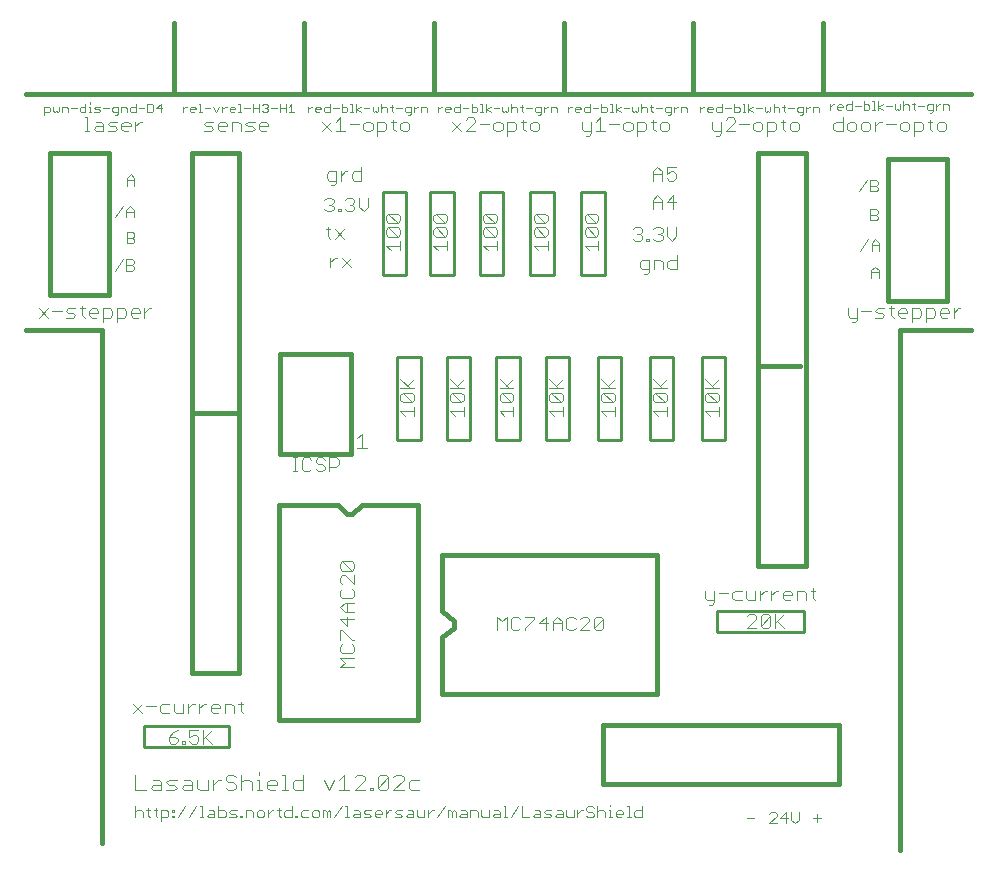
<source format=gto>
G75*
G70*
%OFA0B0*%
%FSLAX24Y24*%
%IPPOS*%
%LPD*%
%AMOC8*
5,1,8,0,0,1.08239X$1,22.5*
%
%ADD10C,0.0160*%
%ADD11C,0.0100*%
%ADD12C,0.0030*%
%ADD13C,0.0040*%
D10*
X003588Y000418D02*
X003588Y017504D01*
X001068Y017504D01*
X001856Y018685D02*
X001856Y023410D01*
X003824Y023410D01*
X003824Y018685D01*
X001856Y018685D01*
X006580Y014748D02*
X008155Y014748D01*
X008155Y023410D01*
X006580Y023410D01*
X006580Y014748D01*
X006580Y006087D01*
X008155Y006087D01*
X008155Y014748D01*
X009533Y013370D02*
X011895Y013370D01*
X011895Y016717D01*
X009533Y016717D01*
X009533Y013370D01*
X009494Y011677D02*
X009494Y004512D01*
X014139Y004512D01*
X014139Y011677D01*
X012249Y011677D01*
X011934Y011363D01*
X011777Y011363D01*
X011462Y011677D01*
X009494Y011677D01*
X014927Y010024D02*
X014927Y008134D01*
X015320Y007819D01*
X015320Y007583D01*
X014927Y007268D01*
X014927Y005378D01*
X022092Y005378D01*
X022092Y010024D01*
X014927Y010024D01*
X020281Y004355D02*
X020281Y002386D01*
X028155Y002386D01*
X028155Y004355D01*
X020281Y004355D01*
X025478Y009630D02*
X027053Y009630D01*
X027053Y023410D01*
X025478Y023410D01*
X025478Y016323D01*
X026856Y016323D01*
X025478Y016323D02*
X025478Y009630D01*
X030202Y017504D02*
X030202Y000181D01*
X030202Y017504D02*
X032564Y017504D01*
X031777Y018489D02*
X029809Y018489D01*
X029809Y023213D01*
X031777Y023213D01*
X031777Y018489D01*
X032564Y025378D02*
X027643Y025378D01*
X027643Y027740D01*
X027643Y025378D02*
X023312Y025378D01*
X023312Y027740D01*
X023312Y025378D02*
X018982Y025378D01*
X018982Y027740D01*
X018982Y025378D02*
X014651Y025378D01*
X014651Y027740D01*
X014651Y025378D02*
X010320Y025378D01*
X010320Y027740D01*
X010320Y025378D02*
X005990Y025378D01*
X005990Y027740D01*
X005990Y025378D02*
X001068Y025378D01*
D11*
X012958Y022111D02*
X012958Y019355D01*
X013746Y019355D01*
X013746Y022111D01*
X012958Y022111D01*
X014533Y022111D02*
X014533Y019355D01*
X015320Y019355D01*
X015320Y022111D01*
X014533Y022111D01*
X016186Y022111D02*
X016186Y019355D01*
X016974Y019355D01*
X016974Y022111D01*
X016186Y022111D01*
X017879Y022111D02*
X017879Y019355D01*
X018667Y019355D01*
X018667Y022111D01*
X017879Y022111D01*
X019572Y022111D02*
X019572Y019355D01*
X020360Y019355D01*
X020360Y022111D01*
X019572Y022111D01*
X019179Y016599D02*
X018391Y016599D01*
X018391Y013843D01*
X019179Y013843D01*
X019179Y016599D01*
X020123Y016599D02*
X020123Y013843D01*
X020911Y013843D01*
X020911Y016599D01*
X020123Y016599D01*
X021856Y016599D02*
X021856Y013843D01*
X022643Y013843D01*
X022643Y016599D01*
X021856Y016599D01*
X023588Y016599D02*
X023588Y013843D01*
X024375Y013843D01*
X024375Y016599D01*
X023588Y016599D01*
X017525Y016599D02*
X017525Y013843D01*
X016738Y013843D01*
X016738Y016599D01*
X017525Y016599D01*
X015871Y016599D02*
X015871Y013843D01*
X015084Y013843D01*
X015084Y016599D01*
X015871Y016599D01*
X014218Y016599D02*
X014218Y013843D01*
X013431Y013843D01*
X013431Y016599D01*
X014218Y016599D01*
X024100Y008134D02*
X024100Y007426D01*
X027013Y007426D01*
X027013Y008134D01*
X024100Y008134D01*
X007840Y004315D02*
X007840Y003607D01*
X005005Y003607D01*
X005005Y004315D01*
X007840Y004315D01*
D12*
X007468Y001630D02*
X007468Y001259D01*
X007653Y001259D01*
X007714Y001321D01*
X007714Y001445D01*
X007653Y001506D01*
X007468Y001506D01*
X007346Y001445D02*
X007346Y001259D01*
X007161Y001259D01*
X007099Y001321D01*
X007161Y001383D01*
X007346Y001383D01*
X007346Y001445D02*
X007284Y001506D01*
X007161Y001506D01*
X006915Y001630D02*
X006915Y001259D01*
X006854Y001259D02*
X006977Y001259D01*
X006915Y001630D02*
X006854Y001630D01*
X006732Y001630D02*
X006485Y001259D01*
X006117Y001259D02*
X006364Y001630D01*
X005995Y001506D02*
X005995Y001445D01*
X005933Y001445D01*
X005933Y001506D01*
X005995Y001506D01*
X005995Y001321D02*
X005995Y001259D01*
X005933Y001259D01*
X005933Y001321D01*
X005995Y001321D01*
X005812Y001321D02*
X005750Y001259D01*
X005565Y001259D01*
X005443Y001259D02*
X005381Y001321D01*
X005381Y001568D01*
X005319Y001506D02*
X005443Y001506D01*
X005565Y001506D02*
X005750Y001506D01*
X005812Y001445D01*
X005812Y001321D01*
X005565Y001136D02*
X005565Y001506D01*
X005197Y001506D02*
X005074Y001506D01*
X005135Y001568D02*
X005135Y001321D01*
X005197Y001259D01*
X004952Y001259D02*
X004952Y001445D01*
X004891Y001506D01*
X004767Y001506D01*
X004705Y001445D01*
X004705Y001630D02*
X004705Y001259D01*
X007836Y001259D02*
X008021Y001259D01*
X008083Y001321D01*
X008021Y001383D01*
X007898Y001383D01*
X007836Y001445D01*
X007898Y001506D01*
X008083Y001506D01*
X008204Y001321D02*
X008266Y001321D01*
X008266Y001259D01*
X008204Y001259D01*
X008204Y001321D01*
X008388Y001259D02*
X008388Y001506D01*
X008574Y001506D01*
X008635Y001445D01*
X008635Y001259D01*
X008757Y001321D02*
X008757Y001445D01*
X008818Y001506D01*
X008942Y001506D01*
X009004Y001445D01*
X009004Y001321D01*
X008942Y001259D01*
X008818Y001259D01*
X008757Y001321D01*
X009125Y001259D02*
X009125Y001506D01*
X009125Y001383D02*
X009248Y001506D01*
X009310Y001506D01*
X009432Y001506D02*
X009555Y001506D01*
X009494Y001568D02*
X009494Y001321D01*
X009555Y001259D01*
X009677Y001321D02*
X009677Y001445D01*
X009739Y001506D01*
X009924Y001506D01*
X009924Y001630D02*
X009924Y001259D01*
X009739Y001259D01*
X009677Y001321D01*
X010046Y001321D02*
X010107Y001321D01*
X010107Y001259D01*
X010046Y001259D01*
X010046Y001321D01*
X010230Y001321D02*
X010230Y001445D01*
X010291Y001506D01*
X010477Y001506D01*
X010598Y001445D02*
X010598Y001321D01*
X010660Y001259D01*
X010783Y001259D01*
X010845Y001321D01*
X010845Y001445D01*
X010783Y001506D01*
X010660Y001506D01*
X010598Y001445D01*
X010477Y001259D02*
X010291Y001259D01*
X010230Y001321D01*
X010966Y001259D02*
X010966Y001506D01*
X011028Y001506D01*
X011090Y001445D01*
X011152Y001506D01*
X011213Y001445D01*
X011213Y001259D01*
X011335Y001259D02*
X011582Y001630D01*
X011703Y001630D02*
X011765Y001630D01*
X011765Y001259D01*
X011826Y001259D02*
X011703Y001259D01*
X011949Y001321D02*
X012010Y001383D01*
X012195Y001383D01*
X012195Y001445D02*
X012195Y001259D01*
X012010Y001259D01*
X011949Y001321D01*
X012010Y001506D02*
X012134Y001506D01*
X012195Y001445D01*
X012317Y001445D02*
X012379Y001506D01*
X012564Y001506D01*
X012685Y001445D02*
X012747Y001506D01*
X012870Y001506D01*
X012932Y001445D01*
X012932Y001383D01*
X012685Y001383D01*
X012685Y001321D02*
X012685Y001445D01*
X012685Y001321D02*
X012747Y001259D01*
X012870Y001259D01*
X013053Y001259D02*
X013053Y001506D01*
X013053Y001383D02*
X013177Y001506D01*
X013239Y001506D01*
X013360Y001445D02*
X013422Y001506D01*
X013607Y001506D01*
X013546Y001383D02*
X013422Y001383D01*
X013360Y001445D01*
X013360Y001259D02*
X013546Y001259D01*
X013607Y001321D01*
X013546Y001383D01*
X013729Y001321D02*
X013790Y001383D01*
X013976Y001383D01*
X013976Y001445D02*
X013976Y001259D01*
X013790Y001259D01*
X013729Y001321D01*
X013790Y001506D02*
X013914Y001506D01*
X013976Y001445D01*
X014097Y001506D02*
X014097Y001321D01*
X014159Y001259D01*
X014344Y001259D01*
X014344Y001506D01*
X014465Y001506D02*
X014465Y001259D01*
X014465Y001383D02*
X014589Y001506D01*
X014650Y001506D01*
X014772Y001259D02*
X015019Y001630D01*
X015140Y001506D02*
X015140Y001259D01*
X015264Y001259D02*
X015264Y001445D01*
X015326Y001506D01*
X015387Y001445D01*
X015387Y001259D01*
X015509Y001321D02*
X015570Y001383D01*
X015756Y001383D01*
X015756Y001445D02*
X015756Y001259D01*
X015570Y001259D01*
X015509Y001321D01*
X015570Y001506D02*
X015694Y001506D01*
X015756Y001445D01*
X015877Y001506D02*
X015877Y001259D01*
X016124Y001259D02*
X016124Y001445D01*
X016062Y001506D01*
X015877Y001506D01*
X016245Y001506D02*
X016245Y001321D01*
X016307Y001259D01*
X016492Y001259D01*
X016492Y001506D01*
X016675Y001506D02*
X016799Y001506D01*
X016861Y001445D01*
X016861Y001259D01*
X016675Y001259D01*
X016614Y001321D01*
X016675Y001383D01*
X016861Y001383D01*
X016982Y001259D02*
X017105Y001259D01*
X017044Y001259D02*
X017044Y001630D01*
X016982Y001630D01*
X017228Y001259D02*
X017474Y001630D01*
X017596Y001630D02*
X017596Y001259D01*
X017843Y001259D01*
X017964Y001321D02*
X018026Y001383D01*
X018211Y001383D01*
X018211Y001445D02*
X018211Y001259D01*
X018026Y001259D01*
X017964Y001321D01*
X018026Y001506D02*
X018149Y001506D01*
X018211Y001445D01*
X018332Y001445D02*
X018394Y001506D01*
X018579Y001506D01*
X018518Y001383D02*
X018394Y001383D01*
X018332Y001445D01*
X018332Y001259D02*
X018518Y001259D01*
X018579Y001321D01*
X018518Y001383D01*
X018701Y001321D02*
X018762Y001383D01*
X018948Y001383D01*
X018948Y001445D02*
X018948Y001259D01*
X018762Y001259D01*
X018701Y001321D01*
X018762Y001506D02*
X018886Y001506D01*
X018948Y001445D01*
X019069Y001506D02*
X019069Y001321D01*
X019131Y001259D01*
X019316Y001259D01*
X019316Y001506D01*
X019437Y001506D02*
X019437Y001259D01*
X019437Y001383D02*
X019561Y001506D01*
X019623Y001506D01*
X019744Y001506D02*
X019806Y001445D01*
X019929Y001445D01*
X019991Y001383D01*
X019991Y001321D01*
X019929Y001259D01*
X019806Y001259D01*
X019744Y001321D01*
X019744Y001506D02*
X019744Y001568D01*
X019806Y001630D01*
X019929Y001630D01*
X019991Y001568D01*
X020113Y001630D02*
X020113Y001259D01*
X020113Y001445D02*
X020174Y001506D01*
X020298Y001506D01*
X020359Y001445D01*
X020359Y001259D01*
X020481Y001259D02*
X020604Y001259D01*
X020543Y001259D02*
X020543Y001506D01*
X020481Y001506D01*
X020543Y001630D02*
X020543Y001691D01*
X020788Y001506D02*
X020912Y001506D01*
X020973Y001445D01*
X020973Y001383D01*
X020726Y001383D01*
X020726Y001321D02*
X020726Y001445D01*
X020788Y001506D01*
X020726Y001321D02*
X020788Y001259D01*
X020912Y001259D01*
X021095Y001259D02*
X021218Y001259D01*
X021156Y001259D02*
X021156Y001630D01*
X021095Y001630D01*
X021340Y001445D02*
X021340Y001321D01*
X021402Y001259D01*
X021587Y001259D01*
X021587Y001630D01*
X021587Y001506D02*
X021402Y001506D01*
X021340Y001445D01*
X025099Y001248D02*
X025346Y001248D01*
X025836Y001371D02*
X025897Y001433D01*
X026021Y001433D01*
X026083Y001371D01*
X026083Y001309D01*
X025836Y001063D01*
X026083Y001063D01*
X026204Y001248D02*
X026451Y001248D01*
X026572Y001186D02*
X026696Y001063D01*
X026819Y001186D01*
X026819Y001433D01*
X026572Y001433D02*
X026572Y001186D01*
X026389Y001063D02*
X026389Y001433D01*
X026204Y001248D01*
X027309Y001248D02*
X027556Y001248D01*
X027432Y001371D02*
X027432Y001124D01*
X015264Y001445D02*
X015202Y001506D01*
X015140Y001506D01*
X012564Y001321D02*
X012502Y001383D01*
X012379Y001383D01*
X012317Y001445D01*
X012317Y001259D02*
X012502Y001259D01*
X012564Y001321D01*
X011090Y001259D02*
X011090Y001445D01*
X029233Y019252D02*
X029233Y019498D01*
X029356Y019622D01*
X029480Y019498D01*
X029480Y019252D01*
X029480Y019437D02*
X029233Y019437D01*
X029247Y020157D02*
X029247Y020404D01*
X029370Y020527D01*
X029494Y020404D01*
X029494Y020157D01*
X029494Y020342D02*
X029247Y020342D01*
X029125Y020527D02*
X028879Y020157D01*
X029213Y021161D02*
X029398Y021161D01*
X029460Y021223D01*
X029460Y021284D01*
X029398Y021346D01*
X029213Y021346D01*
X029213Y021161D02*
X029213Y021531D01*
X029398Y021531D01*
X029460Y021470D01*
X029460Y021408D01*
X029398Y021346D01*
X029393Y022126D02*
X029208Y022126D01*
X029208Y022496D01*
X029393Y022496D01*
X029454Y022434D01*
X029454Y022372D01*
X029393Y022311D01*
X029208Y022311D01*
X029393Y022311D02*
X029454Y022249D01*
X029454Y022187D01*
X029393Y022126D01*
X029086Y022496D02*
X028839Y022126D01*
X028984Y024842D02*
X029130Y024842D01*
X029178Y024890D01*
X029178Y024987D01*
X029130Y025036D01*
X028984Y025036D01*
X028984Y025132D02*
X028984Y024842D01*
X028883Y024987D02*
X028690Y024987D01*
X028589Y025036D02*
X028444Y025036D01*
X028395Y024987D01*
X028395Y024890D01*
X028444Y024842D01*
X028589Y024842D01*
X028589Y025132D01*
X028294Y024987D02*
X028294Y024939D01*
X028101Y024939D01*
X028101Y024987D02*
X028149Y025036D01*
X028246Y025036D01*
X028294Y024987D01*
X028246Y024842D02*
X028149Y024842D01*
X028101Y024890D01*
X028101Y024987D01*
X028000Y025036D02*
X027952Y025036D01*
X027855Y024939D01*
X027855Y024842D02*
X027855Y025036D01*
X027499Y024908D02*
X027499Y024763D01*
X027499Y024908D02*
X027451Y024957D01*
X027305Y024957D01*
X027305Y024763D01*
X027205Y024957D02*
X027157Y024957D01*
X027060Y024860D01*
X027060Y024763D02*
X027060Y024957D01*
X026959Y024957D02*
X026814Y024957D01*
X026765Y024908D01*
X026765Y024812D01*
X026814Y024763D01*
X026959Y024763D01*
X026959Y024715D02*
X026959Y024957D01*
X026959Y024715D02*
X026910Y024667D01*
X026862Y024667D01*
X026664Y024908D02*
X026471Y024908D01*
X026371Y024957D02*
X026274Y024957D01*
X026323Y025005D02*
X026323Y024812D01*
X026371Y024763D01*
X026173Y024763D02*
X026173Y024908D01*
X026125Y024957D01*
X026028Y024957D01*
X025980Y024908D01*
X025878Y024957D02*
X025878Y024812D01*
X025830Y024763D01*
X025782Y024812D01*
X025733Y024763D01*
X025685Y024812D01*
X025685Y024957D01*
X025584Y024908D02*
X025390Y024908D01*
X025290Y024957D02*
X025145Y024860D01*
X025290Y024763D01*
X025145Y024763D02*
X025145Y025054D01*
X024997Y025054D02*
X024997Y024763D01*
X025045Y024763D02*
X024948Y024763D01*
X024847Y024812D02*
X024847Y024908D01*
X024799Y024957D01*
X024654Y024957D01*
X024654Y025054D02*
X024654Y024763D01*
X024799Y024763D01*
X024847Y024812D01*
X024948Y025054D02*
X024997Y025054D01*
X024553Y024908D02*
X024359Y024908D01*
X024258Y024957D02*
X024113Y024957D01*
X024064Y024908D01*
X024064Y024812D01*
X024113Y024763D01*
X024258Y024763D01*
X024258Y025054D01*
X023963Y024908D02*
X023963Y024860D01*
X023770Y024860D01*
X023770Y024812D02*
X023770Y024908D01*
X023818Y024957D01*
X023915Y024957D01*
X023963Y024908D01*
X023915Y024763D02*
X023818Y024763D01*
X023770Y024812D01*
X023669Y024957D02*
X023621Y024957D01*
X023524Y024860D01*
X023524Y024763D02*
X023524Y024957D01*
X023089Y024908D02*
X023089Y024763D01*
X023089Y024908D02*
X023041Y024957D01*
X022896Y024957D01*
X022896Y024763D01*
X022796Y024957D02*
X022747Y024957D01*
X022651Y024860D01*
X022651Y024763D02*
X022651Y024957D01*
X022549Y024957D02*
X022404Y024957D01*
X022356Y024908D01*
X022356Y024812D01*
X022404Y024763D01*
X022549Y024763D01*
X022549Y024715D02*
X022549Y024957D01*
X022549Y024715D02*
X022501Y024667D01*
X022453Y024667D01*
X022255Y024908D02*
X022061Y024908D01*
X021962Y024957D02*
X021865Y024957D01*
X021913Y025005D02*
X021913Y024812D01*
X021962Y024763D01*
X021764Y024763D02*
X021764Y024908D01*
X021715Y024957D01*
X021619Y024957D01*
X021570Y024908D01*
X021469Y024957D02*
X021469Y024812D01*
X021421Y024763D01*
X021372Y024812D01*
X021324Y024763D01*
X021276Y024812D01*
X021276Y024957D01*
X021174Y024908D02*
X020981Y024908D01*
X020880Y024957D02*
X020735Y024860D01*
X020880Y024763D01*
X020735Y024763D02*
X020735Y025054D01*
X020587Y025054D02*
X020587Y024763D01*
X020539Y024763D02*
X020636Y024763D01*
X020438Y024812D02*
X020438Y024908D01*
X020389Y024957D01*
X020244Y024957D01*
X020244Y025054D02*
X020244Y024763D01*
X020389Y024763D01*
X020438Y024812D01*
X020539Y025054D02*
X020587Y025054D01*
X020143Y024908D02*
X019950Y024908D01*
X019848Y024957D02*
X019703Y024957D01*
X019655Y024908D01*
X019655Y024812D01*
X019703Y024763D01*
X019848Y024763D01*
X019848Y025054D01*
X019554Y024908D02*
X019554Y024860D01*
X019360Y024860D01*
X019360Y024812D02*
X019360Y024908D01*
X019409Y024957D01*
X019505Y024957D01*
X019554Y024908D01*
X019505Y024763D02*
X019409Y024763D01*
X019360Y024812D01*
X019260Y024957D02*
X019212Y024957D01*
X019115Y024860D01*
X019115Y024763D02*
X019115Y024957D01*
X018759Y024908D02*
X018759Y024763D01*
X018759Y024908D02*
X018710Y024957D01*
X018565Y024957D01*
X018565Y024763D01*
X018465Y024957D02*
X018417Y024957D01*
X018320Y024860D01*
X018320Y024763D02*
X018320Y024957D01*
X018219Y024957D02*
X018074Y024957D01*
X018025Y024908D01*
X018025Y024812D01*
X018074Y024763D01*
X018219Y024763D01*
X018219Y024715D02*
X018219Y024957D01*
X018219Y024715D02*
X018170Y024667D01*
X018122Y024667D01*
X017924Y024908D02*
X017731Y024908D01*
X017631Y024957D02*
X017534Y024957D01*
X017582Y025005D02*
X017582Y024812D01*
X017631Y024763D01*
X017433Y024763D02*
X017433Y024908D01*
X017385Y024957D01*
X017288Y024957D01*
X017239Y024908D01*
X017138Y024957D02*
X017138Y024812D01*
X017090Y024763D01*
X017042Y024812D01*
X016993Y024763D01*
X016945Y024812D01*
X016945Y024957D01*
X016844Y024908D02*
X016650Y024908D01*
X016550Y024957D02*
X016405Y024860D01*
X016550Y024763D01*
X016405Y024763D02*
X016405Y025054D01*
X016257Y025054D02*
X016257Y024763D01*
X016305Y024763D02*
X016208Y024763D01*
X016107Y024812D02*
X016107Y024908D01*
X016059Y024957D01*
X015914Y024957D01*
X015914Y025054D02*
X015914Y024763D01*
X016059Y024763D01*
X016107Y024812D01*
X016208Y025054D02*
X016257Y025054D01*
X015812Y024908D02*
X015619Y024908D01*
X015518Y024957D02*
X015373Y024957D01*
X015324Y024908D01*
X015324Y024812D01*
X015373Y024763D01*
X015518Y024763D01*
X015518Y025054D01*
X015223Y024908D02*
X015223Y024860D01*
X015030Y024860D01*
X015030Y024812D02*
X015030Y024908D01*
X015078Y024957D01*
X015175Y024957D01*
X015223Y024908D01*
X015175Y024763D02*
X015078Y024763D01*
X015030Y024812D01*
X014929Y024957D02*
X014881Y024957D01*
X014784Y024860D01*
X014784Y024763D02*
X014784Y024957D01*
X014428Y024908D02*
X014428Y024763D01*
X014428Y024908D02*
X014380Y024957D01*
X014235Y024957D01*
X014235Y024763D01*
X014134Y024957D02*
X014086Y024957D01*
X013989Y024860D01*
X013989Y024763D02*
X013989Y024957D01*
X013888Y024957D02*
X013743Y024957D01*
X013694Y024908D01*
X013694Y024812D01*
X013743Y024763D01*
X013888Y024763D01*
X013888Y024715D02*
X013888Y024957D01*
X013888Y024715D02*
X013840Y024667D01*
X013791Y024667D01*
X013593Y024908D02*
X013400Y024908D01*
X013300Y024957D02*
X013203Y024957D01*
X013252Y025005D02*
X013252Y024812D01*
X013300Y024763D01*
X013102Y024763D02*
X013102Y024908D01*
X013054Y024957D01*
X012957Y024957D01*
X012909Y024908D01*
X012808Y024957D02*
X012808Y024812D01*
X012759Y024763D01*
X012711Y024812D01*
X012662Y024763D01*
X012614Y024812D01*
X012614Y024957D01*
X012513Y024908D02*
X012319Y024908D01*
X012219Y024957D02*
X012074Y024860D01*
X012219Y024763D01*
X012074Y024763D02*
X012074Y025054D01*
X011926Y025054D02*
X011926Y024763D01*
X011878Y024763D02*
X011974Y024763D01*
X011776Y024812D02*
X011776Y024908D01*
X011728Y024957D01*
X011583Y024957D01*
X011583Y025054D02*
X011583Y024763D01*
X011728Y024763D01*
X011776Y024812D01*
X011878Y025054D02*
X011926Y025054D01*
X011482Y024908D02*
X011288Y024908D01*
X011187Y024957D02*
X011042Y024957D01*
X010994Y024908D01*
X010994Y024812D01*
X011042Y024763D01*
X011187Y024763D01*
X011187Y025054D01*
X010892Y024908D02*
X010892Y024860D01*
X010699Y024860D01*
X010699Y024812D02*
X010699Y024908D01*
X010747Y024957D01*
X010844Y024957D01*
X010892Y024908D01*
X010844Y024763D02*
X010747Y024763D01*
X010699Y024812D01*
X010599Y024957D02*
X010550Y024957D01*
X010453Y024860D01*
X010453Y024763D02*
X010453Y024957D01*
X010009Y024763D02*
X009816Y024763D01*
X009913Y024763D02*
X009913Y025054D01*
X009816Y024957D01*
X009715Y024908D02*
X009521Y024908D01*
X009420Y024908D02*
X009227Y024908D01*
X009125Y024860D02*
X009125Y024812D01*
X009077Y024763D01*
X008980Y024763D01*
X008932Y024812D01*
X008831Y024763D02*
X008831Y025054D01*
X008932Y025005D02*
X008980Y025054D01*
X009077Y025054D01*
X009125Y025005D01*
X009125Y024957D01*
X009077Y024908D01*
X009125Y024860D01*
X009077Y024908D02*
X009029Y024908D01*
X008831Y024908D02*
X008637Y024908D01*
X008536Y024908D02*
X008343Y024908D01*
X008243Y024763D02*
X008146Y024763D01*
X008195Y024763D02*
X008195Y025054D01*
X008146Y025054D01*
X008045Y024908D02*
X008045Y024860D01*
X007852Y024860D01*
X007852Y024812D02*
X007852Y024908D01*
X007900Y024957D01*
X007997Y024957D01*
X008045Y024908D01*
X007997Y024763D02*
X007900Y024763D01*
X007852Y024812D01*
X007751Y024957D02*
X007703Y024957D01*
X007606Y024860D01*
X007606Y024763D02*
X007606Y024957D01*
X007505Y024957D02*
X007408Y024763D01*
X007311Y024957D01*
X007210Y024908D02*
X007017Y024908D01*
X006917Y024763D02*
X006820Y024763D01*
X006869Y024763D02*
X006869Y025054D01*
X006820Y025054D01*
X006719Y024908D02*
X006719Y024860D01*
X006526Y024860D01*
X006526Y024812D02*
X006526Y024908D01*
X006574Y024957D01*
X006671Y024957D01*
X006719Y024908D01*
X006671Y024763D02*
X006574Y024763D01*
X006526Y024812D01*
X006425Y024957D02*
X006377Y024957D01*
X006280Y024860D01*
X006280Y024763D02*
X006280Y024957D01*
X005600Y024908D02*
X005406Y024908D01*
X005551Y025054D01*
X005551Y024763D01*
X005305Y024812D02*
X005305Y025005D01*
X005257Y025054D01*
X005111Y025054D01*
X005111Y024763D01*
X005257Y024763D01*
X005305Y024812D01*
X005010Y024908D02*
X004817Y024908D01*
X004716Y024957D02*
X004570Y024957D01*
X004522Y024908D01*
X004522Y024812D01*
X004570Y024763D01*
X004716Y024763D01*
X004716Y025054D01*
X004421Y024908D02*
X004421Y024763D01*
X004421Y024908D02*
X004373Y024957D01*
X004227Y024957D01*
X004227Y024763D01*
X004126Y024763D02*
X003981Y024763D01*
X003933Y024812D01*
X003933Y024908D01*
X003981Y024957D01*
X004126Y024957D01*
X004126Y024715D01*
X004078Y024667D01*
X004030Y024667D01*
X003832Y024908D02*
X003638Y024908D01*
X003537Y024957D02*
X003392Y024957D01*
X003344Y024908D01*
X003392Y024860D01*
X003489Y024860D01*
X003537Y024812D01*
X003489Y024763D01*
X003344Y024763D01*
X003244Y024763D02*
X003147Y024763D01*
X003195Y024763D02*
X003195Y024957D01*
X003147Y024957D01*
X003046Y024957D02*
X002901Y024957D01*
X002852Y024908D01*
X002852Y024812D01*
X002901Y024763D01*
X003046Y024763D01*
X003046Y025054D01*
X003195Y025054D02*
X003195Y025102D01*
X002751Y024908D02*
X002558Y024908D01*
X002457Y024908D02*
X002457Y024763D01*
X002457Y024908D02*
X002408Y024957D01*
X002263Y024957D01*
X002263Y024763D01*
X002162Y024812D02*
X002162Y024957D01*
X002162Y024812D02*
X002114Y024763D01*
X002065Y024812D01*
X002017Y024763D01*
X001969Y024812D01*
X001969Y024957D01*
X001867Y024908D02*
X001867Y024812D01*
X001819Y024763D01*
X001674Y024763D01*
X001674Y024667D02*
X001674Y024957D01*
X001819Y024957D01*
X001867Y024908D01*
X004430Y022569D02*
X004553Y022693D01*
X004677Y022569D01*
X004677Y022322D01*
X004677Y022508D02*
X004430Y022508D01*
X004430Y022569D02*
X004430Y022322D01*
X004528Y021630D02*
X004651Y021506D01*
X004651Y021259D01*
X004651Y021445D02*
X004404Y021445D01*
X004404Y021506D02*
X004404Y021259D01*
X004404Y021506D02*
X004528Y021630D01*
X004283Y021630D02*
X004036Y021259D01*
X004430Y020764D02*
X004615Y020764D01*
X004677Y020702D01*
X004677Y020640D01*
X004615Y020578D01*
X004430Y020578D01*
X004430Y020393D02*
X004615Y020393D01*
X004677Y020455D01*
X004677Y020517D01*
X004615Y020578D01*
X004430Y020393D02*
X004430Y020764D01*
X004404Y019858D02*
X004590Y019858D01*
X004651Y019796D01*
X004651Y019735D01*
X004590Y019673D01*
X004404Y019673D01*
X004404Y019488D02*
X004404Y019858D01*
X004283Y019858D02*
X004036Y019488D01*
X004404Y019488D02*
X004590Y019488D01*
X004651Y019549D01*
X004651Y019611D01*
X004590Y019673D01*
X008637Y024763D02*
X008637Y025054D01*
X009521Y025054D02*
X009521Y024763D01*
X009715Y024763D02*
X009715Y025054D01*
X012909Y025054D02*
X012909Y024763D01*
X017239Y024763D02*
X017239Y025054D01*
X021570Y025054D02*
X021570Y024763D01*
X025980Y024763D02*
X025980Y025054D01*
X029279Y025132D02*
X029327Y025132D01*
X029327Y024842D01*
X029279Y024842D02*
X029376Y024842D01*
X029476Y024842D02*
X029476Y025132D01*
X029621Y025036D02*
X029476Y024939D01*
X029621Y024842D01*
X029721Y024987D02*
X029914Y024987D01*
X030016Y025036D02*
X030016Y024890D01*
X030064Y024842D01*
X030112Y024890D01*
X030161Y024842D01*
X030209Y024890D01*
X030209Y025036D01*
X030310Y024987D02*
X030359Y025036D01*
X030455Y025036D01*
X030504Y024987D01*
X030504Y024842D01*
X030653Y024890D02*
X030702Y024842D01*
X030653Y024890D02*
X030653Y025084D01*
X030605Y025036D02*
X030702Y025036D01*
X030801Y024987D02*
X030995Y024987D01*
X031096Y024987D02*
X031096Y024890D01*
X031144Y024842D01*
X031289Y024842D01*
X031289Y024794D02*
X031289Y025036D01*
X031144Y025036D01*
X031096Y024987D01*
X031193Y024745D02*
X031241Y024745D01*
X031289Y024794D01*
X031391Y024842D02*
X031391Y025036D01*
X031487Y025036D02*
X031536Y025036D01*
X031487Y025036D02*
X031391Y024939D01*
X031636Y024842D02*
X031636Y025036D01*
X031781Y025036D01*
X031830Y024987D01*
X031830Y024842D01*
X030310Y024842D02*
X030310Y025132D01*
D13*
X030280Y024445D02*
X030203Y024369D01*
X030203Y024215D01*
X030280Y024138D01*
X030433Y024138D01*
X030510Y024215D01*
X030510Y024369D01*
X030433Y024445D01*
X030280Y024445D01*
X030050Y024369D02*
X029743Y024369D01*
X029589Y024445D02*
X029513Y024445D01*
X029359Y024292D01*
X029359Y024445D02*
X029359Y024138D01*
X029206Y024215D02*
X029206Y024369D01*
X029129Y024445D01*
X028976Y024445D01*
X028899Y024369D01*
X028899Y024215D01*
X028976Y024138D01*
X029129Y024138D01*
X029206Y024215D01*
X028745Y024215D02*
X028745Y024369D01*
X028669Y024445D01*
X028515Y024445D01*
X028438Y024369D01*
X028438Y024215D01*
X028515Y024138D01*
X028669Y024138D01*
X028745Y024215D01*
X028285Y024138D02*
X028055Y024138D01*
X027978Y024215D01*
X027978Y024369D01*
X028055Y024445D01*
X028285Y024445D01*
X028285Y024599D02*
X028285Y024138D01*
X026839Y024215D02*
X026839Y024369D01*
X026762Y024445D01*
X026608Y024445D01*
X026532Y024369D01*
X026532Y024215D01*
X026608Y024138D01*
X026762Y024138D01*
X026839Y024215D01*
X026378Y024138D02*
X026301Y024215D01*
X026301Y024522D01*
X026225Y024445D02*
X026378Y024445D01*
X026071Y024369D02*
X026071Y024215D01*
X025995Y024138D01*
X025764Y024138D01*
X025764Y023985D02*
X025764Y024445D01*
X025995Y024445D01*
X026071Y024369D01*
X025611Y024369D02*
X025611Y024215D01*
X025534Y024138D01*
X025381Y024138D01*
X025304Y024215D01*
X025304Y024369D01*
X025381Y024445D01*
X025534Y024445D01*
X025611Y024369D01*
X025151Y024369D02*
X024844Y024369D01*
X024690Y024445D02*
X024690Y024522D01*
X024614Y024599D01*
X024460Y024599D01*
X024383Y024522D01*
X024230Y024445D02*
X024230Y024062D01*
X024153Y023985D01*
X024076Y023985D01*
X024000Y024138D02*
X024230Y024138D01*
X024383Y024138D02*
X024690Y024445D01*
X024690Y024138D02*
X024383Y024138D01*
X024000Y024138D02*
X023923Y024215D01*
X023923Y024445D01*
X022508Y024369D02*
X022508Y024215D01*
X022431Y024138D01*
X022278Y024138D01*
X022201Y024215D01*
X022201Y024369D01*
X022278Y024445D01*
X022431Y024445D01*
X022508Y024369D01*
X022047Y024445D02*
X021894Y024445D01*
X021971Y024522D02*
X021971Y024215D01*
X022047Y024138D01*
X021741Y024215D02*
X021741Y024369D01*
X021664Y024445D01*
X021434Y024445D01*
X021434Y023985D01*
X021434Y024138D02*
X021664Y024138D01*
X021741Y024215D01*
X021280Y024215D02*
X021280Y024369D01*
X021204Y024445D01*
X021050Y024445D01*
X020973Y024369D01*
X020973Y024215D01*
X021050Y024138D01*
X021204Y024138D01*
X021280Y024215D01*
X020820Y024369D02*
X020513Y024369D01*
X020360Y024138D02*
X020053Y024138D01*
X020206Y024138D02*
X020206Y024599D01*
X020053Y024445D01*
X019899Y024445D02*
X019899Y024062D01*
X019822Y023985D01*
X019746Y023985D01*
X019669Y024138D02*
X019899Y024138D01*
X019669Y024138D02*
X019592Y024215D01*
X019592Y024445D01*
X018177Y024369D02*
X018177Y024215D01*
X018100Y024138D01*
X017947Y024138D01*
X017870Y024215D01*
X017870Y024369D01*
X017947Y024445D01*
X018100Y024445D01*
X018177Y024369D01*
X017717Y024445D02*
X017563Y024445D01*
X017640Y024522D02*
X017640Y024215D01*
X017717Y024138D01*
X017410Y024215D02*
X017410Y024369D01*
X017333Y024445D01*
X017103Y024445D01*
X017103Y023985D01*
X017103Y024138D02*
X017333Y024138D01*
X017410Y024215D01*
X016950Y024215D02*
X016950Y024369D01*
X016873Y024445D01*
X016719Y024445D01*
X016643Y024369D01*
X016643Y024215D01*
X016719Y024138D01*
X016873Y024138D01*
X016950Y024215D01*
X016489Y024369D02*
X016182Y024369D01*
X016029Y024445D02*
X016029Y024522D01*
X015952Y024599D01*
X015799Y024599D01*
X015722Y024522D01*
X015568Y024445D02*
X015262Y024138D01*
X015568Y024138D02*
X015262Y024445D01*
X015722Y024138D02*
X016029Y024445D01*
X016029Y024138D02*
X015722Y024138D01*
X013846Y024215D02*
X013846Y024369D01*
X013770Y024445D01*
X013616Y024445D01*
X013540Y024369D01*
X013540Y024215D01*
X013616Y024138D01*
X013770Y024138D01*
X013846Y024215D01*
X013386Y024138D02*
X013309Y024215D01*
X013309Y024522D01*
X013233Y024445D02*
X013386Y024445D01*
X013079Y024369D02*
X013079Y024215D01*
X013002Y024138D01*
X012772Y024138D01*
X012772Y023985D02*
X012772Y024445D01*
X013002Y024445D01*
X013079Y024369D01*
X012619Y024369D02*
X012619Y024215D01*
X012542Y024138D01*
X012389Y024138D01*
X012312Y024215D01*
X012312Y024369D01*
X012389Y024445D01*
X012542Y024445D01*
X012619Y024369D01*
X012158Y024369D02*
X011852Y024369D01*
X011698Y024138D02*
X011391Y024138D01*
X011238Y024138D02*
X010931Y024445D01*
X010931Y024138D02*
X011238Y024445D01*
X011391Y024445D02*
X011545Y024599D01*
X011545Y024138D01*
X012239Y022945D02*
X012239Y022485D01*
X012009Y022485D01*
X011932Y022562D01*
X011932Y022715D01*
X012009Y022792D01*
X012239Y022792D01*
X011779Y022792D02*
X011702Y022792D01*
X011549Y022638D01*
X011549Y022485D02*
X011549Y022792D01*
X011395Y022792D02*
X011395Y022408D01*
X011319Y022331D01*
X011242Y022331D01*
X011165Y022485D02*
X011088Y022562D01*
X011088Y022715D01*
X011165Y022792D01*
X011395Y022792D01*
X011395Y022485D02*
X011165Y022485D01*
X011240Y021922D02*
X011086Y021922D01*
X011010Y021845D01*
X011163Y021691D02*
X011240Y021691D01*
X011316Y021615D01*
X011316Y021538D01*
X011240Y021461D01*
X011086Y021461D01*
X011010Y021538D01*
X011240Y021691D02*
X011316Y021768D01*
X011316Y021845D01*
X011240Y021922D01*
X011470Y021538D02*
X011547Y021538D01*
X011547Y021461D01*
X011470Y021461D01*
X011470Y021538D01*
X011700Y021538D02*
X011777Y021461D01*
X011930Y021461D01*
X012007Y021538D01*
X012007Y021615D01*
X011930Y021691D01*
X011854Y021691D01*
X011930Y021691D02*
X012007Y021768D01*
X012007Y021845D01*
X011930Y021922D01*
X011777Y021922D01*
X011700Y021845D01*
X012160Y021922D02*
X012160Y021615D01*
X012314Y021461D01*
X012467Y021615D01*
X012467Y021922D01*
X013068Y021313D02*
X013145Y021390D01*
X013452Y021083D01*
X013529Y021159D01*
X013529Y021313D01*
X013452Y021390D01*
X013145Y021390D01*
X013068Y021313D02*
X013068Y021159D01*
X013145Y021083D01*
X013452Y021083D01*
X013452Y020929D02*
X013145Y020929D01*
X013452Y020622D01*
X013529Y020699D01*
X013529Y020853D01*
X013452Y020929D01*
X013452Y020622D02*
X013145Y020622D01*
X013068Y020699D01*
X013068Y020853D01*
X013145Y020929D01*
X013529Y020469D02*
X013529Y020162D01*
X013529Y020315D02*
X013068Y020315D01*
X013222Y020162D01*
X011897Y019918D02*
X011590Y019611D01*
X011590Y019918D02*
X011897Y019611D01*
X011437Y019918D02*
X011360Y019918D01*
X011206Y019764D01*
X011206Y019611D02*
X011206Y019918D01*
X011202Y020556D02*
X011126Y020632D01*
X011126Y020939D01*
X011202Y020863D02*
X011049Y020863D01*
X011356Y020863D02*
X011663Y020556D01*
X011356Y020556D02*
X011663Y020863D01*
X014643Y020853D02*
X014720Y020929D01*
X015027Y020622D01*
X015103Y020699D01*
X015103Y020853D01*
X015027Y020929D01*
X014720Y020929D01*
X014643Y020853D02*
X014643Y020699D01*
X014720Y020622D01*
X015027Y020622D01*
X015103Y020469D02*
X015103Y020162D01*
X015103Y020315D02*
X014643Y020315D01*
X014797Y020162D01*
X014720Y021083D02*
X014643Y021159D01*
X014643Y021313D01*
X014720Y021390D01*
X015027Y021083D01*
X015103Y021159D01*
X015103Y021313D01*
X015027Y021390D01*
X014720Y021390D01*
X014720Y021083D02*
X015027Y021083D01*
X016297Y021159D02*
X016297Y021313D01*
X016373Y021390D01*
X016680Y021083D01*
X016757Y021159D01*
X016757Y021313D01*
X016680Y021390D01*
X016373Y021390D01*
X016297Y021159D02*
X016373Y021083D01*
X016680Y021083D01*
X016680Y020929D02*
X016373Y020929D01*
X016680Y020622D01*
X016757Y020699D01*
X016757Y020853D01*
X016680Y020929D01*
X016680Y020622D02*
X016373Y020622D01*
X016297Y020699D01*
X016297Y020853D01*
X016373Y020929D01*
X016757Y020469D02*
X016757Y020162D01*
X016757Y020315D02*
X016297Y020315D01*
X016450Y020162D01*
X017990Y020315D02*
X018450Y020315D01*
X018450Y020162D02*
X018450Y020469D01*
X018373Y020622D02*
X018066Y020929D01*
X018373Y020929D01*
X018450Y020853D01*
X018450Y020699D01*
X018373Y020622D01*
X018066Y020622D01*
X017990Y020699D01*
X017990Y020853D01*
X018066Y020929D01*
X018066Y021083D02*
X017990Y021159D01*
X017990Y021313D01*
X018066Y021390D01*
X018373Y021083D01*
X018450Y021159D01*
X018450Y021313D01*
X018373Y021390D01*
X018066Y021390D01*
X018066Y021083D02*
X018373Y021083D01*
X017990Y020315D02*
X018143Y020162D01*
X019682Y020315D02*
X020143Y020315D01*
X020143Y020162D02*
X020143Y020469D01*
X020066Y020622D02*
X019759Y020929D01*
X020066Y020929D01*
X020143Y020853D01*
X020143Y020699D01*
X020066Y020622D01*
X019759Y020622D01*
X019682Y020699D01*
X019682Y020853D01*
X019759Y020929D01*
X019759Y021083D02*
X019682Y021159D01*
X019682Y021313D01*
X019759Y021390D01*
X020066Y021083D01*
X020143Y021159D01*
X020143Y021313D01*
X020066Y021390D01*
X019759Y021390D01*
X019759Y021083D02*
X020066Y021083D01*
X019682Y020315D02*
X019836Y020162D01*
X021285Y020554D02*
X021362Y020477D01*
X021515Y020477D01*
X021592Y020554D01*
X021592Y020630D01*
X021515Y020707D01*
X021439Y020707D01*
X021515Y020707D02*
X021592Y020784D01*
X021592Y020861D01*
X021515Y020937D01*
X021362Y020937D01*
X021285Y020861D01*
X021746Y020554D02*
X021822Y020554D01*
X021822Y020477D01*
X021746Y020477D01*
X021746Y020554D01*
X021976Y020554D02*
X022052Y020477D01*
X022206Y020477D01*
X022283Y020554D01*
X022283Y020630D01*
X022206Y020707D01*
X022129Y020707D01*
X022206Y020707D02*
X022283Y020784D01*
X022283Y020861D01*
X022206Y020937D01*
X022052Y020937D01*
X021976Y020861D01*
X022436Y020937D02*
X022436Y020630D01*
X022589Y020477D01*
X022743Y020630D01*
X022743Y020937D01*
X022645Y021540D02*
X022645Y022000D01*
X022415Y021770D01*
X022722Y021770D01*
X022261Y021770D02*
X021954Y021770D01*
X021954Y021847D02*
X021954Y021540D01*
X021954Y021847D02*
X022108Y022000D01*
X022261Y021847D01*
X022261Y021540D01*
X022261Y022485D02*
X022261Y022792D01*
X022108Y022945D01*
X021954Y022792D01*
X021954Y022485D01*
X021954Y022715D02*
X022261Y022715D01*
X022415Y022715D02*
X022568Y022792D01*
X022645Y022792D01*
X022722Y022715D01*
X022722Y022562D01*
X022645Y022485D01*
X022492Y022485D01*
X022415Y022562D01*
X022415Y022715D02*
X022415Y022945D01*
X022722Y022945D01*
X022749Y019992D02*
X022749Y019532D01*
X022519Y019532D01*
X022442Y019609D01*
X022442Y019762D01*
X022519Y019839D01*
X022749Y019839D01*
X022289Y019762D02*
X022289Y019532D01*
X022289Y019762D02*
X022212Y019839D01*
X021982Y019839D01*
X021982Y019532D01*
X021828Y019532D02*
X021598Y019532D01*
X021521Y019609D01*
X021521Y019762D01*
X021598Y019839D01*
X021828Y019839D01*
X021828Y019455D01*
X021752Y019379D01*
X021675Y019379D01*
X021966Y015878D02*
X022273Y015571D01*
X022196Y015648D02*
X022426Y015878D01*
X022426Y015571D02*
X021966Y015571D01*
X022043Y015417D02*
X022350Y015111D01*
X022426Y015187D01*
X022426Y015341D01*
X022350Y015417D01*
X022043Y015417D01*
X021966Y015341D01*
X021966Y015187D01*
X022043Y015111D01*
X022350Y015111D01*
X022426Y014957D02*
X022426Y014650D01*
X022426Y014804D02*
X021966Y014804D01*
X022119Y014650D01*
X020694Y014650D02*
X020694Y014957D01*
X020694Y014804D02*
X020234Y014804D01*
X020387Y014650D01*
X020310Y015111D02*
X020234Y015187D01*
X020234Y015341D01*
X020310Y015417D01*
X020617Y015111D01*
X020694Y015187D01*
X020694Y015341D01*
X020617Y015417D01*
X020310Y015417D01*
X020234Y015571D02*
X020694Y015571D01*
X020541Y015571D02*
X020234Y015878D01*
X020464Y015648D02*
X020694Y015878D01*
X020617Y015111D02*
X020310Y015111D01*
X018962Y015187D02*
X018885Y015111D01*
X018578Y015417D01*
X018885Y015417D01*
X018962Y015341D01*
X018962Y015187D01*
X018885Y015111D02*
X018578Y015111D01*
X018501Y015187D01*
X018501Y015341D01*
X018578Y015417D01*
X018501Y015571D02*
X018962Y015571D01*
X018808Y015571D02*
X018501Y015878D01*
X018732Y015648D02*
X018962Y015878D01*
X018962Y014957D02*
X018962Y014650D01*
X018962Y014804D02*
X018501Y014804D01*
X018655Y014650D01*
X017308Y014650D02*
X017308Y014957D01*
X017308Y014804D02*
X016848Y014804D01*
X017001Y014650D01*
X016925Y015111D02*
X016848Y015187D01*
X016848Y015341D01*
X016925Y015417D01*
X017231Y015111D01*
X017308Y015187D01*
X017308Y015341D01*
X017231Y015417D01*
X016925Y015417D01*
X016848Y015571D02*
X017308Y015571D01*
X017155Y015571D02*
X016848Y015878D01*
X017078Y015648D02*
X017308Y015878D01*
X017231Y015111D02*
X016925Y015111D01*
X015655Y015187D02*
X015578Y015111D01*
X015271Y015417D01*
X015578Y015417D01*
X015655Y015341D01*
X015655Y015187D01*
X015578Y015111D02*
X015271Y015111D01*
X015194Y015187D01*
X015194Y015341D01*
X015271Y015417D01*
X015194Y015571D02*
X015655Y015571D01*
X015501Y015571D02*
X015194Y015878D01*
X015424Y015648D02*
X015655Y015878D01*
X015655Y014957D02*
X015655Y014650D01*
X015655Y014804D02*
X015194Y014804D01*
X015348Y014650D01*
X014001Y014650D02*
X014001Y014957D01*
X014001Y014804D02*
X013541Y014804D01*
X013694Y014650D01*
X013617Y015111D02*
X013541Y015187D01*
X013541Y015341D01*
X013617Y015417D01*
X013924Y015111D01*
X014001Y015187D01*
X014001Y015341D01*
X013924Y015417D01*
X013617Y015417D01*
X013541Y015571D02*
X014001Y015571D01*
X013848Y015571D02*
X013541Y015878D01*
X013771Y015648D02*
X014001Y015878D01*
X013924Y015111D02*
X013617Y015111D01*
X012265Y014048D02*
X012265Y013587D01*
X012112Y013587D02*
X012419Y013587D01*
X012112Y013894D02*
X012265Y014048D01*
X011404Y013260D02*
X011481Y013183D01*
X011481Y013030D01*
X011404Y012953D01*
X011174Y012953D01*
X011174Y012800D02*
X011174Y013260D01*
X011404Y013260D01*
X011021Y013183D02*
X010944Y013260D01*
X010791Y013260D01*
X010714Y013183D01*
X010714Y013107D01*
X010791Y013030D01*
X010944Y013030D01*
X011021Y012953D01*
X011021Y012877D01*
X010944Y012800D01*
X010791Y012800D01*
X010714Y012877D01*
X010560Y012877D02*
X010484Y012800D01*
X010330Y012800D01*
X010254Y012877D01*
X010254Y013183D01*
X010330Y013260D01*
X010484Y013260D01*
X010560Y013183D01*
X010100Y013260D02*
X009947Y013260D01*
X010023Y013260D02*
X010023Y012800D01*
X009947Y012800D02*
X010100Y012800D01*
X011610Y009794D02*
X011917Y009487D01*
X011993Y009564D01*
X011993Y009717D01*
X011917Y009794D01*
X011610Y009794D01*
X011533Y009717D01*
X011533Y009564D01*
X011610Y009487D01*
X011917Y009487D01*
X011993Y009333D02*
X011993Y009027D01*
X011686Y009333D01*
X011610Y009333D01*
X011533Y009257D01*
X011533Y009103D01*
X011610Y009027D01*
X011610Y008873D02*
X011533Y008796D01*
X011533Y008643D01*
X011610Y008566D01*
X011917Y008566D01*
X011993Y008643D01*
X011993Y008796D01*
X011917Y008873D01*
X011993Y008413D02*
X011686Y008413D01*
X011533Y008259D01*
X011686Y008106D01*
X011993Y008106D01*
X011763Y008106D02*
X011763Y008413D01*
X011763Y007952D02*
X011763Y007645D01*
X011533Y007876D01*
X011993Y007876D01*
X011610Y007492D02*
X011917Y007185D01*
X011993Y007185D01*
X011917Y007032D02*
X011993Y006955D01*
X011993Y006801D01*
X011917Y006725D01*
X011610Y006725D01*
X011533Y006801D01*
X011533Y006955D01*
X011610Y007032D01*
X011533Y007185D02*
X011533Y007492D01*
X011610Y007492D01*
X011533Y006571D02*
X011993Y006571D01*
X011993Y006264D02*
X011533Y006264D01*
X011686Y006418D01*
X011533Y006571D01*
X008297Y005048D02*
X008143Y005048D01*
X008220Y005124D02*
X008220Y004817D01*
X008297Y004741D01*
X007990Y004741D02*
X007990Y004971D01*
X007913Y005048D01*
X007683Y005048D01*
X007683Y004741D01*
X007530Y004894D02*
X007223Y004894D01*
X007223Y004817D02*
X007223Y004971D01*
X007299Y005048D01*
X007453Y005048D01*
X007530Y004971D01*
X007530Y004894D01*
X007453Y004741D02*
X007299Y004741D01*
X007223Y004817D01*
X007069Y005048D02*
X006992Y005048D01*
X006839Y004894D01*
X006839Y004741D02*
X006839Y005048D01*
X006686Y005048D02*
X006609Y005048D01*
X006455Y004894D01*
X006455Y004741D02*
X006455Y005048D01*
X006302Y005048D02*
X006302Y004741D01*
X006072Y004741D01*
X005995Y004817D01*
X005995Y005048D01*
X005842Y005048D02*
X005611Y005048D01*
X005535Y004971D01*
X005535Y004817D01*
X005611Y004741D01*
X005842Y004741D01*
X005381Y004971D02*
X005074Y004971D01*
X004921Y005048D02*
X004614Y004741D01*
X004614Y005048D02*
X004921Y004741D01*
X005816Y003947D02*
X005816Y003794D01*
X005892Y003717D01*
X006046Y003717D01*
X006122Y003794D01*
X006122Y003871D01*
X006046Y003947D01*
X005816Y003947D01*
X005969Y004101D01*
X006122Y004178D01*
X006506Y004178D02*
X006506Y003947D01*
X006660Y004024D01*
X006736Y004024D01*
X006813Y003947D01*
X006813Y003794D01*
X006736Y003717D01*
X006583Y003717D01*
X006506Y003794D01*
X006353Y003794D02*
X006353Y003717D01*
X006276Y003717D01*
X006276Y003794D01*
X006353Y003794D01*
X006506Y004178D02*
X006813Y004178D01*
X006966Y004178D02*
X006966Y003717D01*
X006966Y003871D02*
X007273Y004178D01*
X007043Y003947D02*
X007273Y003717D01*
X007805Y002690D02*
X007718Y002604D01*
X007718Y002517D01*
X007805Y002430D01*
X007978Y002430D01*
X008065Y002343D01*
X008065Y002257D01*
X007978Y002170D01*
X007805Y002170D01*
X007718Y002257D01*
X007549Y002517D02*
X007462Y002517D01*
X007289Y002343D01*
X007289Y002170D02*
X007289Y002517D01*
X007120Y002517D02*
X007120Y002170D01*
X006860Y002170D01*
X006773Y002257D01*
X006773Y002517D01*
X006604Y002430D02*
X006604Y002170D01*
X006344Y002170D01*
X006257Y002257D01*
X006344Y002343D01*
X006604Y002343D01*
X006604Y002430D02*
X006517Y002517D01*
X006344Y002517D01*
X006089Y002517D02*
X005828Y002517D01*
X005742Y002430D01*
X005828Y002343D01*
X006002Y002343D01*
X006089Y002257D01*
X006002Y002170D01*
X005742Y002170D01*
X005573Y002170D02*
X005573Y002430D01*
X005486Y002517D01*
X005313Y002517D01*
X005313Y002343D02*
X005573Y002343D01*
X005573Y002170D02*
X005313Y002170D01*
X005226Y002257D01*
X005313Y002343D01*
X005057Y002170D02*
X004710Y002170D01*
X004710Y002690D01*
X007805Y002690D02*
X007978Y002690D01*
X008065Y002604D01*
X008234Y002690D02*
X008234Y002170D01*
X008234Y002430D02*
X008321Y002517D01*
X008494Y002517D01*
X008581Y002430D01*
X008581Y002170D01*
X008749Y002170D02*
X008923Y002170D01*
X008836Y002170D02*
X008836Y002517D01*
X008749Y002517D01*
X008836Y002690D02*
X008836Y002777D01*
X009093Y002430D02*
X009180Y002517D01*
X009353Y002517D01*
X009440Y002430D01*
X009440Y002343D01*
X009093Y002343D01*
X009093Y002257D02*
X009093Y002430D01*
X009093Y002257D02*
X009180Y002170D01*
X009353Y002170D01*
X009609Y002170D02*
X009782Y002170D01*
X009696Y002170D02*
X009696Y002690D01*
X009609Y002690D01*
X009953Y002430D02*
X010039Y002517D01*
X010300Y002517D01*
X010300Y002690D02*
X010300Y002170D01*
X010039Y002170D01*
X009953Y002257D01*
X009953Y002430D01*
X010984Y002517D02*
X011157Y002170D01*
X011331Y002517D01*
X011499Y002517D02*
X011673Y002690D01*
X011673Y002170D01*
X011846Y002170D02*
X011499Y002170D01*
X012015Y002170D02*
X012362Y002517D01*
X012362Y002604D01*
X012275Y002690D01*
X012102Y002690D01*
X012015Y002604D01*
X012015Y002170D02*
X012362Y002170D01*
X012531Y002170D02*
X012531Y002257D01*
X012617Y002257D01*
X012617Y002170D01*
X012531Y002170D01*
X012789Y002257D02*
X013135Y002604D01*
X013135Y002257D01*
X013049Y002170D01*
X012875Y002170D01*
X012789Y002257D01*
X012789Y002604D01*
X012875Y002690D01*
X013049Y002690D01*
X013135Y002604D01*
X013304Y002604D02*
X013391Y002690D01*
X013564Y002690D01*
X013651Y002604D01*
X013651Y002517D01*
X013304Y002170D01*
X013651Y002170D01*
X013820Y002257D02*
X013907Y002170D01*
X014167Y002170D01*
X013820Y002257D02*
X013820Y002430D01*
X013907Y002517D01*
X014167Y002517D01*
X016775Y007497D02*
X016775Y007957D01*
X016929Y007804D01*
X017082Y007957D01*
X017082Y007497D01*
X017236Y007573D02*
X017312Y007497D01*
X017466Y007497D01*
X017543Y007573D01*
X017696Y007573D02*
X017696Y007497D01*
X017696Y007573D02*
X018003Y007880D01*
X018003Y007957D01*
X017696Y007957D01*
X017543Y007880D02*
X017466Y007957D01*
X017312Y007957D01*
X017236Y007880D01*
X017236Y007573D01*
X018156Y007727D02*
X018463Y007727D01*
X018617Y007727D02*
X018924Y007727D01*
X018924Y007804D02*
X018924Y007497D01*
X019077Y007573D02*
X019154Y007497D01*
X019307Y007497D01*
X019384Y007573D01*
X019537Y007497D02*
X019844Y007804D01*
X019844Y007880D01*
X019768Y007957D01*
X019614Y007957D01*
X019537Y007880D01*
X019384Y007880D02*
X019307Y007957D01*
X019154Y007957D01*
X019077Y007880D01*
X019077Y007573D01*
X018924Y007804D02*
X018770Y007957D01*
X018617Y007804D01*
X018617Y007497D01*
X018387Y007497D02*
X018387Y007957D01*
X018156Y007727D01*
X019537Y007497D02*
X019844Y007497D01*
X019998Y007573D02*
X020074Y007497D01*
X020228Y007497D01*
X020305Y007573D01*
X020305Y007880D01*
X019998Y007573D01*
X019998Y007880D01*
X020074Y007957D01*
X020228Y007957D01*
X020305Y007880D01*
X023687Y008585D02*
X023763Y008509D01*
X023994Y008509D01*
X023994Y008432D02*
X023917Y008355D01*
X023840Y008355D01*
X023994Y008432D02*
X023994Y008815D01*
X024147Y008739D02*
X024454Y008739D01*
X024607Y008739D02*
X024607Y008585D01*
X024684Y008509D01*
X024914Y008509D01*
X025068Y008585D02*
X025145Y008509D01*
X025375Y008509D01*
X025375Y008815D01*
X025528Y008815D02*
X025528Y008509D01*
X025528Y008662D02*
X025682Y008815D01*
X025758Y008815D01*
X025912Y008815D02*
X025912Y008509D01*
X025912Y008662D02*
X026065Y008815D01*
X026142Y008815D01*
X026295Y008739D02*
X026295Y008585D01*
X026372Y008509D01*
X026526Y008509D01*
X026602Y008662D02*
X026295Y008662D01*
X026295Y008739D02*
X026372Y008815D01*
X026526Y008815D01*
X026602Y008739D01*
X026602Y008662D01*
X026756Y008815D02*
X026986Y008815D01*
X027063Y008739D01*
X027063Y008509D01*
X027293Y008585D02*
X027293Y008892D01*
X027216Y008815D02*
X027370Y008815D01*
X027293Y008585D02*
X027370Y008509D01*
X026756Y008509D02*
X026756Y008815D01*
X026329Y008036D02*
X026022Y007729D01*
X026098Y007806D02*
X026329Y007575D01*
X026022Y007575D02*
X026022Y008036D01*
X025868Y007959D02*
X025561Y007652D01*
X025638Y007575D01*
X025791Y007575D01*
X025868Y007652D01*
X025868Y007959D01*
X025791Y008036D01*
X025638Y008036D01*
X025561Y007959D01*
X025561Y007652D01*
X025408Y007575D02*
X025101Y007575D01*
X025408Y007882D01*
X025408Y007959D01*
X025331Y008036D01*
X025178Y008036D01*
X025101Y007959D01*
X025068Y008585D02*
X025068Y008815D01*
X024914Y008815D02*
X024684Y008815D01*
X024607Y008739D01*
X023687Y008815D02*
X023687Y008585D01*
X023852Y014650D02*
X023698Y014804D01*
X024159Y014804D01*
X024159Y014957D02*
X024159Y014650D01*
X024082Y015111D02*
X023775Y015111D01*
X023698Y015187D01*
X023698Y015341D01*
X023775Y015417D01*
X024082Y015111D01*
X024159Y015187D01*
X024159Y015341D01*
X024082Y015417D01*
X023775Y015417D01*
X023698Y015571D02*
X024159Y015571D01*
X024005Y015571D02*
X023698Y015878D01*
X023928Y015648D02*
X024159Y015878D01*
X028451Y017995D02*
X028527Y017918D01*
X028757Y017918D01*
X028757Y017841D02*
X028681Y017765D01*
X028604Y017765D01*
X028757Y017841D02*
X028757Y018225D01*
X028911Y018148D02*
X029218Y018148D01*
X029371Y018148D02*
X029448Y018225D01*
X029678Y018225D01*
X029832Y018225D02*
X029985Y018225D01*
X029908Y018302D02*
X029908Y017995D01*
X029985Y017918D01*
X030139Y017995D02*
X030139Y018148D01*
X030215Y018225D01*
X030369Y018225D01*
X030445Y018148D01*
X030445Y018071D01*
X030139Y018071D01*
X030139Y017995D02*
X030215Y017918D01*
X030369Y017918D01*
X030599Y017918D02*
X030829Y017918D01*
X030906Y017995D01*
X030906Y018148D01*
X030829Y018225D01*
X030599Y018225D01*
X030599Y017765D01*
X031059Y017765D02*
X031059Y018225D01*
X031289Y018225D01*
X031366Y018148D01*
X031366Y017995D01*
X031289Y017918D01*
X031059Y017918D01*
X031520Y017995D02*
X031520Y018148D01*
X031596Y018225D01*
X031750Y018225D01*
X031826Y018148D01*
X031826Y018071D01*
X031520Y018071D01*
X031520Y017995D02*
X031596Y017918D01*
X031750Y017918D01*
X031980Y017918D02*
X031980Y018225D01*
X032133Y018225D02*
X032210Y018225D01*
X032133Y018225D02*
X031980Y018071D01*
X029678Y017995D02*
X029601Y018071D01*
X029448Y018071D01*
X029371Y018148D01*
X029371Y017918D02*
X029601Y017918D01*
X029678Y017995D01*
X028451Y017995D02*
X028451Y018225D01*
X030664Y023985D02*
X030664Y024445D01*
X030894Y024445D01*
X030970Y024369D01*
X030970Y024215D01*
X030894Y024138D01*
X030664Y024138D01*
X031201Y024215D02*
X031201Y024522D01*
X031124Y024445D02*
X031277Y024445D01*
X031431Y024369D02*
X031431Y024215D01*
X031507Y024138D01*
X031661Y024138D01*
X031738Y024215D01*
X031738Y024369D01*
X031661Y024445D01*
X031507Y024445D01*
X031431Y024369D01*
X031201Y024215D02*
X031277Y024138D01*
X009142Y024292D02*
X008835Y024292D01*
X008835Y024215D02*
X008835Y024369D01*
X008912Y024445D01*
X009065Y024445D01*
X009142Y024369D01*
X009142Y024292D01*
X009065Y024138D02*
X008912Y024138D01*
X008835Y024215D01*
X008682Y024215D02*
X008605Y024292D01*
X008452Y024292D01*
X008375Y024369D01*
X008452Y024445D01*
X008682Y024445D01*
X008682Y024215D02*
X008605Y024138D01*
X008375Y024138D01*
X008221Y024138D02*
X008221Y024369D01*
X008145Y024445D01*
X007915Y024445D01*
X007915Y024138D01*
X007761Y024292D02*
X007454Y024292D01*
X007454Y024215D02*
X007454Y024369D01*
X007531Y024445D01*
X007684Y024445D01*
X007761Y024369D01*
X007761Y024292D01*
X007684Y024138D02*
X007531Y024138D01*
X007454Y024215D01*
X007301Y024215D02*
X007224Y024292D01*
X007071Y024292D01*
X006994Y024369D01*
X007071Y024445D01*
X007301Y024445D01*
X007301Y024215D02*
X007224Y024138D01*
X006994Y024138D01*
X004936Y024445D02*
X004859Y024445D01*
X004705Y024292D01*
X004552Y024292D02*
X004245Y024292D01*
X004245Y024215D02*
X004245Y024369D01*
X004322Y024445D01*
X004475Y024445D01*
X004552Y024369D01*
X004552Y024292D01*
X004475Y024138D02*
X004322Y024138D01*
X004245Y024215D01*
X004092Y024215D02*
X004015Y024292D01*
X003861Y024292D01*
X003785Y024369D01*
X003861Y024445D01*
X004092Y024445D01*
X004092Y024215D02*
X004015Y024138D01*
X003785Y024138D01*
X003631Y024138D02*
X003631Y024369D01*
X003555Y024445D01*
X003401Y024445D01*
X003401Y024292D02*
X003324Y024215D01*
X003401Y024138D01*
X003631Y024138D01*
X003631Y024292D02*
X003401Y024292D01*
X003171Y024138D02*
X003017Y024138D01*
X003094Y024138D02*
X003094Y024599D01*
X003017Y024599D01*
X004705Y024445D02*
X004705Y024138D01*
X004628Y018225D02*
X004781Y018225D01*
X004858Y018148D01*
X004858Y018071D01*
X004551Y018071D01*
X004551Y017995D02*
X004551Y018148D01*
X004628Y018225D01*
X004551Y017995D02*
X004628Y017918D01*
X004781Y017918D01*
X005011Y017918D02*
X005011Y018225D01*
X005011Y018071D02*
X005165Y018225D01*
X005242Y018225D01*
X004398Y018148D02*
X004398Y017995D01*
X004321Y017918D01*
X004091Y017918D01*
X004091Y017765D02*
X004091Y018225D01*
X004321Y018225D01*
X004398Y018148D01*
X003937Y018148D02*
X003937Y017995D01*
X003861Y017918D01*
X003630Y017918D01*
X003630Y017765D02*
X003630Y018225D01*
X003861Y018225D01*
X003937Y018148D01*
X003477Y018148D02*
X003400Y018225D01*
X003247Y018225D01*
X003170Y018148D01*
X003170Y017995D01*
X003247Y017918D01*
X003400Y017918D01*
X003477Y018071D02*
X003170Y018071D01*
X003017Y017918D02*
X002940Y017995D01*
X002940Y018302D01*
X002863Y018225D02*
X003017Y018225D01*
X002710Y018225D02*
X002479Y018225D01*
X002403Y018148D01*
X002479Y018071D01*
X002633Y018071D01*
X002710Y017995D01*
X002633Y017918D01*
X002403Y017918D01*
X002249Y018148D02*
X001942Y018148D01*
X001789Y018225D02*
X001482Y017918D01*
X001482Y018225D02*
X001789Y017918D01*
X003477Y018071D02*
X003477Y018148D01*
M02*

</source>
